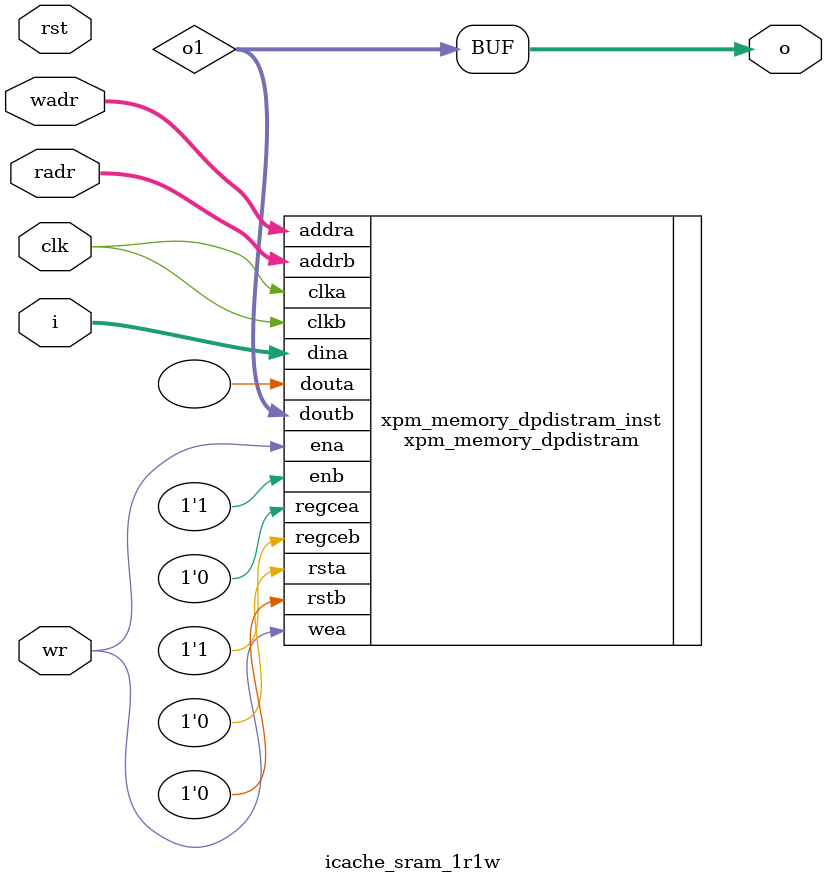
<source format=sv>

module icache_sram_1r1w(rst, clk, wr, wadr, radr, i, o);
parameter WID=512;
parameter DEP=64;
input rst;
input clk;
input wr;
input [$clog2(DEP)-1:0] wadr;
input [$clog2(DEP)-1:0] radr;
input [WID:1] i;
output reg [WID:1] o;

reg wr1;
reg [$clog2(DEP)-1:0] wadr1;
reg [WID:1] i1;
reg [WID:1] o1;


// xpm_memory_dpdistram : In order to incorporate this function into the design,
//       Verilog        : the following instance declaration needs to be placed
//       instance       : in the body of the design code.  The instance name
//     declaration      : (xpm_memory_dpdistram_inst) and/or the port declarations within the
//         code         : parenthesis may be changed to properly reference and
//                      : connect this function to the design.  All inputs
//                      : and outputs must be connected.

//  Please reference the appropriate libraries guide for additional information on the XPM modules.

//  <-----Cut code below this line---->

   // xpm_memory_dpdistram: Dual Port Distributed RAM
   // Xilinx Parameterized Macro, version 2022.2

   xpm_memory_dpdistram #(
      .ADDR_WIDTH_A($clog2(DEP)),               // DECIMAL
      .ADDR_WIDTH_B($clog2(DEP)),               // DECIMAL
      .BYTE_WRITE_WIDTH_A(WID),       // DECIMAL
      .CLOCKING_MODE("common_clock"), // String
      .MEMORY_INIT_FILE("none"),      // String
      .MEMORY_INIT_PARAM("0"),        // String
      .MEMORY_OPTIMIZATION("true"),   // String
      .MEMORY_SIZE(WID*DEP),          // DECIMAL
      .MESSAGE_CONTROL(0),            // DECIMAL
      .READ_DATA_WIDTH_A(WID),        // DECIMAL
      .READ_DATA_WIDTH_B(WID),        // DECIMAL
      .READ_LATENCY_A(2),             // DECIMAL
      .READ_LATENCY_B(0),             // DECIMAL
      .READ_RESET_VALUE_A("0"),       // String
      .READ_RESET_VALUE_B("0"),       // String
      .RST_MODE_A("SYNC"),            // String
      .RST_MODE_B("SYNC"),            // String
      .SIM_ASSERT_CHK(0),             // DECIMAL; 0=disable simulation messages, 1=enable simulation messages
      .USE_EMBEDDED_CONSTRAINT(0),    // DECIMAL
      .USE_MEM_INIT(1),               // DECIMAL
      .USE_MEM_INIT_MMI(0),           // DECIMAL
      .WRITE_DATA_WIDTH_A(WID)        // DECIMAL
   )
   xpm_memory_dpdistram_inst (
      .douta(),   			// READ_DATA_WIDTH_A-bit output: Data output for port A read operations.
      .doutb(o1),   // READ_DATA_WIDTH_B-bit output: Data output for port B read operations.
      .addra(wadr),   // ADDR_WIDTH_A-bit input: Address for port A write and read operations.
      .addrb(radr),   // ADDR_WIDTH_B-bit input: Address for port B write and read operations.
      .clka(clk),     // 1-bit input: Clock signal for port A. Also clocks port B when parameter CLOCKING_MODE
                       // is "common_clock".

      .clkb(clk),     // 1-bit input: Clock signal for port B when parameter CLOCKING_MODE is
                       // "independent_clock". Unused when parameter CLOCKING_MODE is "common_clock".

      .dina(i),     	// WRITE_DATA_WIDTH_A-bit input: Data input for port A write operations.
      .ena(wr),        // 1-bit input: Memory enable signal for port A. Must be high on clock cycles when read
                       // or write operations are initiated. Pipelined internally.

      .enb(1'b1),       // 1-bit input: Memory enable signal for port B. Must be high on clock cycles when read
                       // or write operations are initiated. Pipelined internally.

      .regcea(1'b0), // 1-bit input: Clock Enable for the last register stage on the output data path.
      .regceb(1'b1), // 1-bit input: Do not change from the provided value.
      .rsta(1'b0),     // 1-bit input: Reset signal for the final port A output register stage. Synchronously
                       // resets output port douta to the value specified by parameter READ_RESET_VALUE_A.

      .rstb(1'b0),     // 1-bit input: Reset signal for the final port B output register stage. Synchronously
                       // resets output port doutb to the value specified by parameter READ_RESET_VALUE_B.

      .wea(wr)         // WRITE_DATA_WIDTH_A/BYTE_WRITE_WIDTH_A-bit input: Write enable vector for port A input
                       // data port dina. 1 bit wide when word-wide writes are used. In byte-wide write
                       // configurations, each bit controls the writing one byte of dina to address addra. For
                       // example, to synchronously write only bits [15-8] of dina when WRITE_DATA_WIDTH_A is
                       // 32, wea would be 4'b0010.

   );

   // End of xpm_memory_dpdistram_inst instantiation
				

// If reading and writing the same address at the same time, return the new data.

always_ff @(posedge clk)
	wr1 <= wr;
always_ff @(posedge clk)
	wadr1 <= wadr;
always_ff @(posedge clk)
	i1 <= i;
always_comb
	o = o1;

endmodule

				
				
</source>
